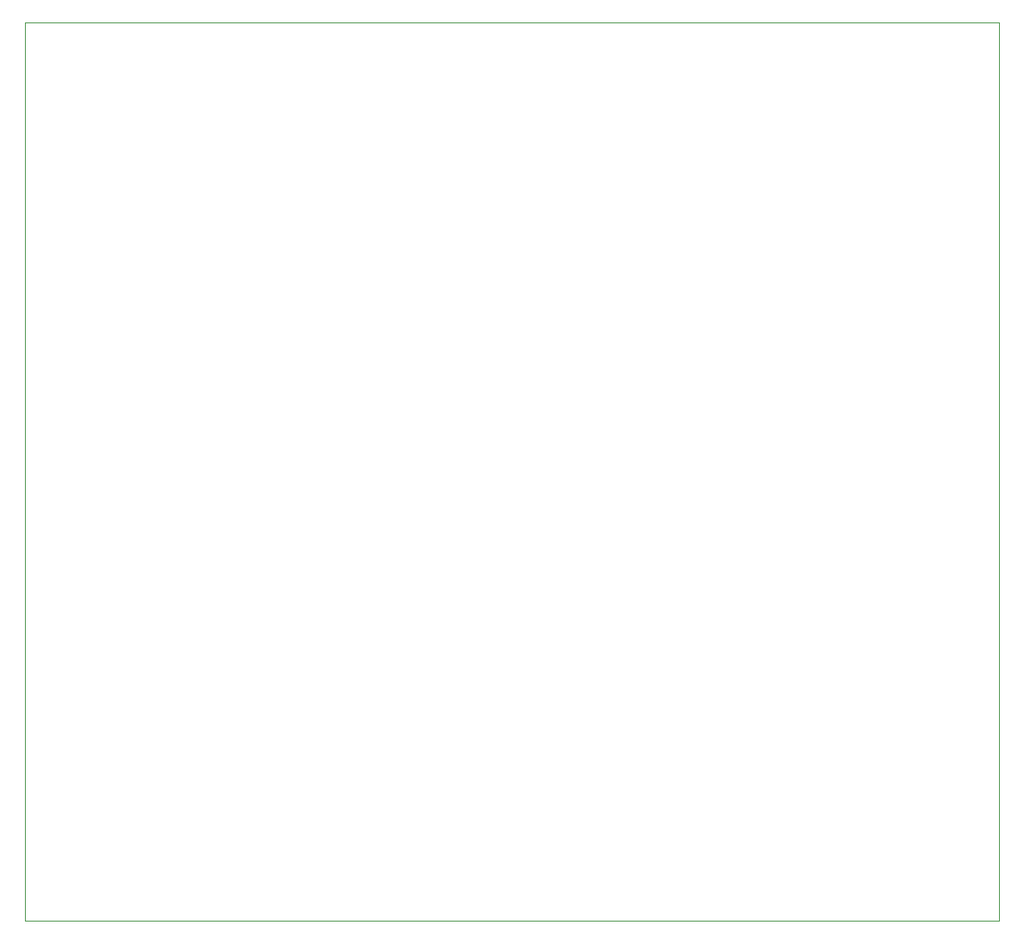
<source format=gbr>
%TF.GenerationSoftware,KiCad,Pcbnew,(6.0.4)*%
%TF.CreationDate,2022-04-22T00:13:30+02:00*%
%TF.ProjectId,main,6d61696e-2e6b-4696-9361-645f70636258,rev?*%
%TF.SameCoordinates,Original*%
%TF.FileFunction,Profile,NP*%
%FSLAX46Y46*%
G04 Gerber Fmt 4.6, Leading zero omitted, Abs format (unit mm)*
G04 Created by KiCad (PCBNEW (6.0.4)) date 2022-04-22 00:13:30*
%MOMM*%
%LPD*%
G01*
G04 APERTURE LIST*
%TA.AperFunction,Profile*%
%ADD10C,0.100000*%
%TD*%
G04 APERTURE END LIST*
D10*
X229870000Y-151130000D02*
X229870000Y-59690000D01*
X130810000Y-59690000D02*
X130810000Y-151130000D01*
X130810000Y-151130000D02*
X229870000Y-151130000D01*
X229870000Y-59690000D02*
X130810000Y-59690000D01*
M02*

</source>
